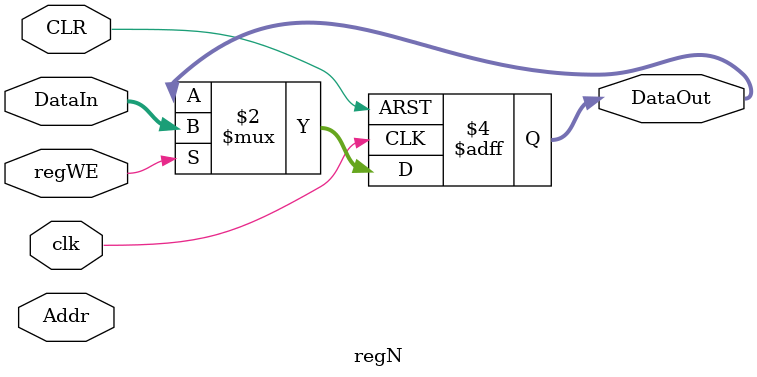
<source format=sv>
module regN 
		#(parameter N = 8)
		 (input logic [N-1:0] DataIn,
        input logic clk, 
        input logic regWE,
        input logic CLR,
        input logic [2:0] Addr, 
        output logic [N-1:0] DataOut);
		
		always_ff @ (posedge clk, posedge CLR)
			if (CLR) DataOut <= 0;
			else if (regWE) 
            DataOut <= DataIn;
endmodule 
</source>
